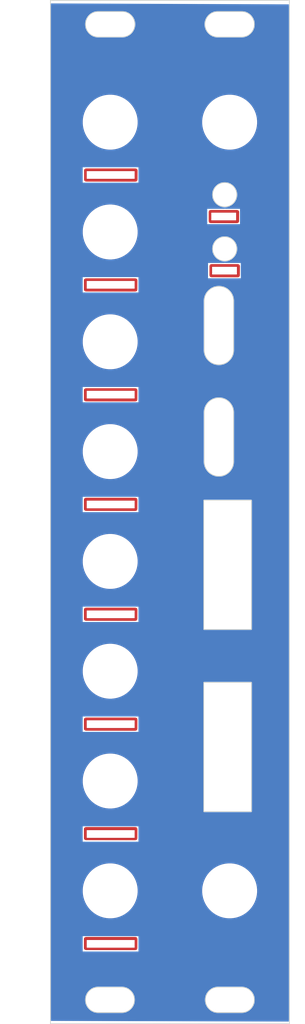
<source format=kicad_pcb>
(kicad_pcb (version 20240108) (generator "pcbnew") (generator_version "8.0")
  (layers (0 "F.Cu" signal) (31 "B.Cu" signal) (34 "B.Paste" user) (35 "F.Paste" user) (36 "B.SilkS" user "B.Silkscreen") (37 "F.SilkS" user "F.Silkscreen") (38 "B.Mask" user) (39 "F.Mask" user) (44 "Edge.Cuts" user))
  (net 0 "")
  (footprint "MountingHole:MountingHole_6.4mm_M6" (layer "F.Cu") (at 19.5 15.2912)
    (property "Reference" "REF**" (hide yes))
    (property "Value" "MountingHole_6.4mm_M6")
    (pad "" np_thru_hole circle (at 0 0) (size 6.4 6.4) (drill 6.4) (layers "F&B.Cu" "*.Mask"))
  )
  (footprint "MountingHole:MountingHole_6.4mm_M6" (layer "F.Cu") (at 4.5 84.234055)
    (property "Reference" "REF**" (hide yes))
    (property "Value" "MountingHole_6.4mm_M6")
    (pad "" np_thru_hole circle (at 0 0) (size 6.4 6.4) (drill 6.4) (layers "*.Cu" "*.Mask"))
  )
  (footprint "MountingHole:MountingHole_6.4mm_M6" (layer "F.Cu") (at 4.5 42.86834)
    (property "Reference" "REF**" (hide yes))
    (property "Value" "MountingHole_6.4mm_M6")
    (pad "" np_thru_hole circle (at 0 0) (size 6.4 6.4) (drill 6.4) (layers "*.Cu" "*.Mask"))
  )
  (footprint "MountingHole:MountingHole_6.4mm_M6" (layer "F.Cu") (at 19.5 111.8112)
    (property "Reference" "REF**" (hide yes))
    (property "Value" "MountingHole_6.4mm_M6")
    (pad "" np_thru_hole circle (at 0 0) (size 6.4 6.4) (drill 6.4) (layers "F&B.Cu" "*.Mask"))
  )
  (footprint "MountingHole:MountingHole_6.4mm_M6" (layer "F.Cu") (at 4.5 15.2912)
    (property "Reference" "REF**" (hide yes))
    (property "Value" "MountingHole_6.4mm_M6")
    (pad "" np_thru_hole circle (at 0 0) (size 6.4 6.4) (drill 6.4) (layers "*.Cu" "*.Mask"))
  )
  (footprint "MountingHole:MountingHole_6.4mm_M6" (layer "F.Cu") (at 4.5 98.022626)
    (property "Reference" "REF**" (hide yes))
    (property "Value" "MountingHole_6.4mm_M6")
    (pad "" np_thru_hole circle (at 0 0) (size 6.4 6.4) (drill 6.4) (layers "*.Cu" "*.Mask"))
  )
  (footprint "MountingHole:MountingHole_6.4mm_M6" (layer "F.Cu") (at 4.5 56.656913)
    (property "Reference" "REF**" (hide yes))
    (property "Value" "MountingHole_6.4mm_M6")
    (pad "" np_thru_hole circle (at 0 0) (size 6.4 6.4) (drill 6.4) (layers "*.Cu" "*.Mask"))
  )
  (footprint "eurorack-pmod-module" (layer "F.Cu") (at 0 8.65)
    (property "Reference" "REF**" (hide yes))
    (property "Value" "eurorack-pmod-module")
  )
  (footprint "MountingHole:MountingHole_6.4mm_M6" (layer "F.Cu") (at 4.5 111.8112)
    (property "Reference" "REF**" (hide yes))
    (property "Value" "MountingHole_6.4mm_M6")
    (pad "" np_thru_hole circle (at 0 0) (size 6.4 6.4) (drill 6.4) (layers "*.Cu" "*.Mask"))
  )
  (footprint "Symbol:RoHS-Logo_6mm_SilkScreen" (layer "F.Cu") (at 15 9.15)
    (property "Reference" "REF**" (hide yes))
    (property "Value" "RoHS-Logo_6mm_SilkScreen" (hide yes))
  )
  (footprint "MountingHole:MountingHole_6.4mm_M6" (layer "F.Cu") (at 4.5 70.445484)
    (property "Reference" "REF**" (hide yes))
    (property "Value" "MountingHole_6.4mm_M6")
    (pad "" np_thru_hole circle (at 0 0) (size 6.4 6.4) (drill 6.4) (layers "*.Cu" "*.Mask"))
  )
  (footprint "MountingHole:MountingHole_6.4mm_M6" (layer "F.Cu") (at 4.5 29.079771)
    (property "Reference" "REF**" (hide yes))
    (property "Value" "MountingHole_6.4mm_M6")
    (pad "" np_thru_hole circle (at 0 0) (size 6.4 6.4) (drill 6.4) (layers "*.Cu" "*.Mask"))
  )
  (gr_arc (start 20 57.9) (mid 18.15 59.75) (end 16.3 57.9) (stroke (width 0.1)) (layer "Edge.Cuts"))
  (gr_arc (start 3 127.1) (mid 1.4 125.5) (end 3 123.9) (stroke (width 0.1)) (layer "Edge.Cuts"))
  (gr_line (start 3 1.4) (end 6 1.4) (stroke (width 0.1)) (layer "Edge.Cuts"))
  (gr_line (start 20 43.9) (end 20 37.75) (stroke (width 0.1)) (layer "Edge.Cuts"))
  (gr_line (start 18.05 127.1) (end 21 127.1) (stroke (width 0.1)) (layer "Edge.Cuts"))
  (gr_line (start 27 0) (end 27 128.5) (stroke (width 0.1)) (layer "Edge.Cuts"))
  (gr_line (start 3 4.6) (end 6 4.6) (stroke (width 0.1)) (layer "Edge.Cuts"))
  (gr_arc (start 21 123.9) (mid 22.6 125.5) (end 21 127.1) (stroke (width 0.1)) (layer "Edge.Cuts"))
  (gr_line (start 3 123.9) (end 5.95 123.9) (stroke (width 0.1)) (layer "Edge.Cuts"))
  (gr_arc (start 16.3 37.75) (mid 18.15 35.9) (end 20 37.75) (stroke (width 0.1)) (layer "Edge.Cuts"))
  (gr_arc (start 6 1.4) (mid 7.6 3) (end 6 4.6) (stroke (width 0.1)) (layer "Edge.Cuts"))
  (gr_line (start -3 0) (end -3 128.5) (stroke (width 0.1)) (layer "Edge.Cuts"))
  (gr_arc (start 20 43.9) (mid 18.15 45.75) (end 16.3 43.9) (stroke (width 0.1)) (layer "Edge.Cuts"))
  (gr_line (start 12 0) (end 27 0) (stroke (width 0.1)) (layer "Edge.Cuts"))
  (gr_arc (start 18.05 127.1) (mid 16.45 125.5) (end 18.05 123.9) (stroke (width 0.1)) (layer "Edge.Cuts"))
  (gr_line (start 16.3 43.9) (end 16.3 37.75) (stroke (width 0.1)) (layer "Edge.Cuts"))
  (gr_line (start -3 128.5) (end 12 128.5) (stroke (width 0.1)) (layer "Edge.Cuts"))
  (gr_line (start -3 0) (end 12 0) (stroke (width 0.1)) (layer "Edge.Cuts"))
  (gr_arc (start 16.3 51.75) (mid 18.15 49.9) (end 20 51.75) (stroke (width 0.1)) (layer "Edge.Cuts"))
  (gr_line (start 18 4.6) (end 21 4.6) (stroke (width 0.1)) (layer "Edge.Cuts"))
  (gr_rect (start 16.25 62.75) (end 22.25 79) (stroke (width 0.1)) (fill none) (layer "Edge.Cuts"))
  (gr_line (start 20 57.9) (end 20 51.75) (stroke (width 0.1)) (layer "Edge.Cuts"))
  (gr_arc (start 3 4.6) (mid 1.4 3) (end 3 1.4) (stroke (width 0.1)) (layer "Edge.Cuts"))
  (gr_arc (start 5.95 123.9) (mid 7.55 125.5) (end 5.95 127.1) (stroke (width 0.1)) (layer "Edge.Cuts"))
  (gr_line (start 16.3 57.9) (end 16.3 51.75) (stroke (width 0.1)) (layer "Edge.Cuts"))
  (gr_arc (start 18 4.6) (mid 16.4 3) (end 18 1.4) (stroke (width 0.1)) (layer "Edge.Cuts"))
  (gr_circle (center 18.87931 31.2) (end 20.37931 30.95) (stroke (width 0.1)) (fill none) (layer "Edge.Cuts"))
  (gr_circle (center 18.87931 24.4) (end 20.37931 24.15) (stroke (width 0.1)) (fill none) (layer "Edge.Cuts"))
  (gr_line (start 18.05 123.9) (end 21 123.9) (stroke (width 0.1)) (layer "Edge.Cuts"))
  (gr_line (start 3 127.1) (end 5.95 127.1) (stroke (width 0.1)) (layer "Edge.Cuts"))
  (gr_line (start 18 1.4) (end 21 1.4) (stroke (width 0.1)) (layer "Edge.Cuts"))
  (gr_line (start 12 128.5) (end 27 128.5) (stroke (width 0.1)) (layer "Edge.Cuts"))
  (gr_arc (start 21 1.4) (mid 22.6 3) (end 21 4.6) (stroke (width 0.1)) (layer "Edge.Cuts"))
  (gr_rect (start 16.25 85.625) (end 22.25 101.875) (stroke (width 0.1)) (fill none) (layer "Edge.Cuts"))
  (gr_text "0" (at -1.9 22.9 0) (layer "F.Cu") (effects (font (size 1.5 1.5) (thickness 0.375) (bold yes)) (justify left bottom)))
  (gr_text "A" (at 22 28.1 0) (layer "F.Cu") (effects (font (size 1.5 1.5) (thickness 0.375) (bold yes)) (justify left bottom)))
  (gr_text "0" (at 10.5 78.1 0) (layer "F.Cu") (effects (font (size 1.5 1.5) (thickness 0.375) (bold yes)) (justify left bottom)))
  (gr_text "2" (at -1.7 50.8 0) (layer "F.Cu") (effects (font (size 1.5 1.5) (thickness 0.375) (bold yes)) (justify left bottom)))
  (gr_text "tili" (at 5.755 9.045 0) (layer "F.Cu") (effects (font (size 3 3) (thickness 0.5)) (justify left bottom)))
  (gr_text "↝" (at -1.72 63.2 -90) (layer "F.Cu") (effects (font (size 3 3) (thickness 0.3)) (justify left bottom mirror)))
  (gr_text "B" (at 22 34.9 0) (layer "F.Cu") (effects (font (size 1.5 1.5) (thickness 0.375) (bold yes)) (justify left bottom)))
  (gr_text "↝" (at -1.7 21.85 -90) (layer "F.Cu") (effects (font (size 3 3) (thickness 0.3)) (justify left bottom mirror)))
  (gr_text "midi^{tx}" (at 16.2 119.3 0) (layer "F.Cu") (effects (font (size 1.5 1.5) (thickness 0.375) (bold yes)) (justify left bottom)))
  (gr_text "qua" (at 10.7 9.095 0) (layer "F.Cu") (effects (font (size 3 3) (thickness 0.75) (bold yes)) (justify left bottom)))
  (gr_text "3" (at -1.9 64.5 0) (layer "F.Cu") (effects (font (size 1.5 1.5) (thickness 0.375) (bold yes)) (justify left bottom)))
  (gr_text "↝" (at 7.95 114.5 165) (layer "F.Cu") (effects (font (size 3 3) (thickness 0.3)) (justify left bottom mirror)))
  (gr_text "dbg" (at 20.5 41.7 0) (layer "F.Cu") (effects (font (size 1.5 1.5) (thickness 0.375) (bold yes)) (justify left bottom)))
  (gr_text "↝" (at 8.45 87.1 165) (layer "F.Cu") (effects (font (size 3 3) (thickness 0.3)) (justify left bottom mirror)))
  (gr_text "usr" (at 20.6 55.6 0) (layer "F.Cu") (effects (font (size 1.5 1.5) (thickness 0.375) (bold yes)) (justify left bottom)))
  (gr_text "↝" (at 7.95 100.8 165) (layer "F.Cu") (effects (font (size 3 3) (thickness 0.3)) (justify left bottom mirror)))
  (gr_text "//\n" (at 20.5 9 0) (layer "F.Cu") (effects (font (size 3 3) (thickness 0.75) (bold yes)) (justify left bottom)))
  (gr_text "1" (at -1.9 36.7 0) (layer "F.Cu") (effects (font (size 1.5 1.5) (thickness 0.375) (bold yes)) (justify left bottom)))
  (gr_text "pmod 0" (at 15.9 82.2 0) (layer "F.Cu") (effects (font (size 1.5 1.5) (thickness 0.375) (bold yes)) (justify left bottom)))
  (gr_text "pmod 1" (at 15.7 104.5 0) (layer "F.Cu") (effects (font (size 1.5 1.5) (thickness 0.375) (bold yes)) (justify left bottom)))
  (gr_text "//\n" (at 1.86 9.07 0) (layer "F.Cu") (effects (font (size 3 3) (thickness 0.75) (bold yes)) (justify left bottom)))
  (gr_text "↝" (at -1.72 35.65 -90) (layer "F.Cu") (effects (font (size 3 3) (thickness 0.3)) (justify left bottom mirror)))
  (gr_text "midi^{rx}" (at 16.7 22.5 0) (layer "F.Cu") (effects (font (size 1.5 1.5) (thickness 0.375) (bold yes)) (justify left bottom)))
  (gr_text "2" (at 10.3 105.7 0) (layer "F.Cu") (effects (font (size 1.5 1.5) (thickness 0.375) (bold yes)) (justify left bottom)))
  (gr_text "↝" (at 8.15 73.2 165) (layer "F.Cu") (effects (font (size 3 3) (thickness 0.3)) (justify left bottom mirror)))
  (gr_text "↝" (at -1.72 49.45 -90) (layer "F.Cu") (effects (font (size 3 3) (thickness 0.3)) (justify left bottom mirror)))
  (gr_text "1" (at 10.8 92 0) (layer "F.Cu") (effects (font (size 1.5 1.5) (thickness 0.375) (bold yes)) (justify left bottom)))
  (gr_text "3" (at 10.3 119.4 0) (layer "F.Cu") (effects (font (size 1.5 1.5) (thickness 0.375) (bold yes)) (justify left bottom)))
  (zone (net 0) (net_name "") (layer "F.Cu") (connect_pads (clearance 0)) (min_thickness 0.254)
    (keepout (tracks not_allowed) (vias not_allowed) (pads not_allowed) (copperpour not_allowed) (footprints not_allowed))
    (fill (thermal_gap 0.508) (thermal_bridge_width 0.508))
    (polygon (pts (xy 7.5692 36.195) (xy 1.5494 36.195) (xy 1.5494 35.2298) (xy 7.5692 35.2298)))
  )
  (zone (net 0) (net_name "") (layer "F.Cu") (priority 1) (connect_pads (clearance 0)) (min_thickness 0.025) (fill yes (thermal_gap 0.5) (thermal_bridge_width 0.5) (smoothing fillet) (radius 7) (island_removal_mode 1) (island_area_min 10))
    (polygon (pts (xy -0.6 92.9) (xy 9.6 92.9) (xy 9.6 103.1) (xy -0.6 103.1)))
  )
  (zone (net 0) (net_name "") (layer "F.Cu") (priority 2) (connect_pads (clearance 0.3)) (min_thickness 0.25) (fill yes (thermal_gap 0.5) (thermal_bridge_width 0.5) (smoothing fillet) (radius 0.25) (island_removal_mode 1) (island_area_min 10))
    (polygon (pts (xy 16.966432 33.1146) (xy 16.966432 34.7646) (xy 20.780432 34.7746) (xy 20.790432 33.1146)))
  )
  (zone (net 0) (net_name "") (layer "F.Cu") (priority 2) (connect_pads (clearance 0.3)) (min_thickness 0.25) (fill yes (thermal_gap 0.5) (thermal_bridge_width 0.5) (smoothing fillet) (radius 0.25) (island_removal_mode 1) (island_area_min 10))
    (polygon (pts (xy 1.22 21.1) (xy 1.22 22.75) (xy 7.93 22.76) (xy 7.94 21.1)))
  )
  (zone (net 0) (net_name "") (layer "F.Cu") (priority 2) (connect_pads (clearance 0.3)) (min_thickness 0.25) (fill yes (thermal_gap 0.5) (thermal_bridge_width 0.5) (smoothing fillet) (radius 0.25) (island_removal_mode 1) (island_area_min 10))
    (polygon (pts (xy 1.2 103.8) (xy 1.2 105.45) (xy 7.91 105.46) (xy 7.92 103.8)))
  )
  (zone (net 0) (net_name "") (layer "F.Cu") (connect_pads (clearance 0)) (min_thickness 0.254)
    (keepout (tracks not_allowed) (vias not_allowed) (pads not_allowed) (copperpour not_allowed) (footprints not_allowed))
    (fill (thermal_gap 0.508) (thermal_bridge_width 0.508))
    (polygon (pts (xy 7.5692 118.9482) (xy 1.5494 118.9482) (xy 1.5494 117.983) (xy 7.5692 117.983)))
  )
  (zone (net 0) (net_name "") (layer "F.Cu") (priority 2) (connect_pads (clearance 0.3)) (min_thickness 0.25) (fill yes (thermal_gap 0.5) (thermal_bridge_width 0.5) (smoothing fillet) (radius 0.25) (island_removal_mode 1) (island_area_min 10))
    (polygon (pts (xy 1.2 48.7) (xy 1.2 50.35) (xy 7.91 50.36) (xy 7.92 48.7)))
  )
  (zone (net 0) (net_name "") (layer "F.Cu") (connect_pads (clearance 0)) (min_thickness 0.254)
    (keepout (tracks not_allowed) (vias not_allowed) (pads not_allowed) (copperpour not_allowed) (footprints not_allowed))
    (fill (thermal_gap 0.508) (thermal_bridge_width 0.508))
    (polygon (pts (xy 7.5692 77.5716) (xy 1.5494 77.5716) (xy 1.5494 76.6064) (xy 7.5692 76.6064)))
  )
  (zone (net 0) (net_name "") (layer "F.Cu") (priority 1) (connect_pads (clearance 0)) (min_thickness 0.025) (fill yes (thermal_gap 0.5) (thermal_bridge_width 0.5) (smoothing fillet) (radius 7) (island_removal_mode 1) (island_area_min 10))
    (polygon (pts (xy 14.4 106.7) (xy 24.6 106.7) (xy 24.6 116.9) (xy 14.4 116.9)))
  )
  (zone (net 0) (net_name "") (layer "F.Cu") (connect_pads (clearance 0)) (min_thickness 0.254)
    (keepout (tracks not_allowed) (vias not_allowed) (pads not_allowed) (copperpour not_allowed) (footprints not_allowed))
    (fill (thermal_gap 0.508) (thermal_bridge_width 0.508))
    (polygon (pts (xy 20.314632 27.6174) (xy 17.195832 27.6174) (xy 17.195832 26.6522) (xy 20.314632 26.6522)))
  )
  (zone (net 0) (net_name "") (layer "F.Cu") (connect_pads (clearance 0)) (min_thickness 0.254)
    (keepout (tracks not_allowed) (vias not_allowed) (pads not_allowed) (copperpour not_allowed) (footprints not_allowed))
    (fill (thermal_gap 0.508) (thermal_bridge_width 0.508))
    (polygon (pts (xy 7.5692 91.3638) (xy 1.5494 91.3638) (xy 1.5494 90.3986) (xy 7.5692 90.3986)))
  )
  (zone (net 0) (net_name "") (layer "F.Cu") (priority 1) (connect_pads (clearance 0)) (min_thickness 0.025) (fill yes (thermal_gap 0.5) (thermal_bridge_width 0.5) (smoothing fillet) (radius 7) (island_removal_mode 1) (island_area_min 10))
    (polygon (pts (xy -0.57 51.5) (xy 9.63 51.5) (xy 9.63 61.7) (xy -0.57 61.7)))
  )
  (zone (net 0) (net_name "") (layer "F.Cu") (connect_pads (clearance 0)) (min_thickness 0.254)
    (keepout (tracks not_allowed) (vias not_allowed) (pads not_allowed) (copperpour not_allowed) (footprints not_allowed))
    (fill (thermal_gap 0.508) (thermal_bridge_width 0.508))
    (polygon (pts (xy 7.5692 22.4028) (xy 1.5494 22.4028) (xy 1.5494 21.4376) (xy 7.5692 21.4376)))
  )
  (zone (net 0) (net_name "") (layer "F.Cu") (priority 2) (connect_pads (clearance 0.3)) (min_thickness 0.25) (fill yes (thermal_gap 0.5) (thermal_bridge_width 0.5) (smoothing fillet) (radius 0.25) (island_removal_mode 1) (island_area_min 10))
    (polygon (pts (xy 16.866432 26.3146) (xy 16.866432 27.9646) (xy 20.680432 27.9746) (xy 20.690432 26.3146)))
  )
  (zone (net 0) (net_name "") (layer "F.Cu") (connect_pads (clearance 0)) (min_thickness 0.254)
    (keepout (tracks not_allowed) (vias not_allowed) (pads not_allowed) (copperpour not_allowed) (footprints not_allowed))
    (fill (thermal_gap 0.508) (thermal_bridge_width 0.508))
    (polygon (pts (xy 7.5692 63.7794) (xy 1.5494 63.7794) (xy 1.5494 62.8142) (xy 7.5692 62.8142)))
  )
  (zone (net 0) (net_name "") (layer "F.Cu") (priority 1) (connect_pads (clearance 0)) (min_thickness 0.025) (fill yes (thermal_gap 0.5) (thermal_bridge_width 0.5) (smoothing fillet) (radius 7) (island_removal_mode 1) (island_area_min 10))
    (polygon (pts (xy -0.6 106.7) (xy 9.6 106.7) (xy 9.6 116.9) (xy -0.6 116.9)))
  )
  (zone (net 0) (net_name "") (layer "F.Cu") (connect_pads (clearance 0)) (min_thickness 0.254)
    (keepout (tracks not_allowed) (vias not_allowed) (pads not_allowed) (copperpour not_allowed) (footprints not_allowed))
    (fill (thermal_gap 0.508) (thermal_bridge_width 0.508))
    (polygon (pts (xy 7.5692 49.9872) (xy 1.5494 49.9872) (xy 1.5494 49.022) (xy 7.5692 49.022)))
  )
  (zone (net 0) (net_name "") (layer "F.Cu") (priority 2) (connect_pads (clearance 0.3)) (min_thickness 0.25) (fill yes (thermal_gap 0.5) (thermal_bridge_width 0.5) (smoothing fillet) (radius 0.25) (island_removal_mode 1) (island_area_min 10))
    (polygon (pts (xy 1.2 90.05) (xy 1.2 91.7) (xy 7.91 91.71) (xy 7.92 90.05)))
  )
  (zone (net 0) (net_name "") (layer "F.Cu") (priority 2) (connect_pads (clearance 0.3)) (min_thickness 0.25) (fill yes (thermal_gap 0.5) (thermal_bridge_width 0.5) (smoothing fillet) (radius 0.25) (island_removal_mode 1) (island_area_min 10))
    (polygon (pts (xy 1.2 62.45) (xy 1.2 64.1) (xy 7.91 64.11) (xy 7.92 62.45)))
  )
  (zone (net 0) (net_name "") (layer "F.Cu") (priority 1) (connect_pads (clearance 0)) (min_thickness 0.025) (fill yes (thermal_gap 0.5) (thermal_bridge_width 0.5) (smoothing fillet) (radius 7) (island_removal_mode 1) (island_area_min 10))
    (polygon (pts (xy -0.6 65.35) (xy 9.6 65.35) (xy 9.6 75.55) (xy -0.6 75.55)))
  )
  (zone (net 0) (net_name "") (layer "F.Cu") (priority 1) (connect_pads (clearance 0)) (min_thickness 0.025) (fill yes (thermal_gap 0.5) (thermal_bridge_width 0.5) (smoothing fillet) (radius 7) (island_removal_mode 1) (island_area_min 10))
    (polygon (pts (xy -0.57 37.75) (xy 9.63 37.75) (xy 9.63 47.95) (xy -0.57 47.95)))
  )
  (zone (net 0) (net_name "") (layer "F.Cu") (priority 1) (connect_pads (clearance 0)) (min_thickness 0.025) (fill yes (thermal_gap 0.5) (thermal_bridge_width 0.5) (smoothing fillet) (radius 7) (island_removal_mode 1) (island_area_min 10))
    (polygon (pts (xy -0.6 79.15) (xy 9.6 79.15) (xy 9.6 89.35) (xy -0.6 89.35)))
  )
  (zone (net 0) (net_name "") (layer "F.Cu") (priority 2) (connect_pads (clearance 0.3)) (min_thickness 0.25) (fill yes (thermal_gap 0.5) (thermal_bridge_width 0.5) (smoothing fillet) (radius 0.25) (island_removal_mode 1) (island_area_min 10))
    (polygon (pts (xy 1.2 34.9) (xy 1.2 36.55) (xy 7.91 36.56) (xy 7.92 34.9)))
  )
  (zone (net 0) (net_name "") (layer "F.Cu") (priority 1) (connect_pads (clearance 0)) (min_thickness 0.025) (fill yes (thermal_gap 0.5) (thermal_bridge_width 0.5) (smoothing fillet) (radius 7) (island_removal_mode 1) (island_area_min 10))
    (polygon (pts (xy -0.55 10.15) (xy 9.65 10.15) (xy 9.65 20.35) (xy -0.55 20.35)))
  )
  (zone (net 0) (net_name "") (layer "F.Cu") (priority 1) (connect_pads (clearance 0)) (min_thickness 0.025) (fill yes (thermal_gap 0.5) (thermal_bridge_width 0.5) (smoothing fillet) (radius 7) (island_removal_mode 1) (island_area_min 10))
    (polygon (pts (xy 14.45 10.15) (xy 24.65 10.15) (xy 24.65 20.35) (xy 14.45 20.35)))
  )
  (zone (net 0) (net_name "") (layer "F.Cu") (priority 1) (connect_pads (clearance 0)) (min_thickness 0.025) (fill yes (thermal_gap 0.5) (thermal_bridge_width 0.5) (smoothing fillet) (radius 7) (island_removal_mode 1) (island_area_min 10))
    (polygon (pts (xy -0.57 23.95) (xy 9.63 23.95) (xy 9.63 34.15) (xy -0.57 34.15)))
  )
  (zone (net 0) (net_name "") (layer "F.Cu") (priority 2) (connect_pads (clearance 0.3)) (min_thickness 0.25) (fill yes (thermal_gap 0.5) (thermal_bridge_width 0.5) (smoothing fillet) (radius 0.25) (island_removal_mode 1) (island_area_min 10))
    (polygon (pts (xy 1.2 117.6) (xy 1.2 119.25) (xy 7.91 119.26) (xy 7.92 117.6)))
  )
  (zone (net 0) (net_name "") (layer "F.Cu") (priority 2) (connect_pads (clearance 0.3)) (min_thickness 0.25) (fill yes (thermal_gap 0.5) (thermal_bridge_width 0.5) (smoothing fillet) (radius 0.25) (island_removal_mode 1) (island_area_min 10))
    (polygon (pts (xy 1.2 76.25) (xy 1.2 77.9) (xy 7.91 77.91) (xy 7.92 76.25)))
  )
  (zone (net 0) (net_name "") (layer "F.Cu") (connect_pads (clearance 0)) (min_thickness 0.254)
    (keepout (tracks not_allowed) (vias not_allowed) (pads not_allowed) (copperpour not_allowed) (footprints not_allowed))
    (fill (thermal_gap 0.508) (thermal_bridge_width 0.508))
    (polygon (pts (xy 7.5692 105.156) (xy 1.5494 105.156) (xy 1.5494 104.1908) (xy 7.5692 104.1908)))
  )
  (zone (net 0) (net_name "") (layer "F.Cu") (connect_pads (clearance 0)) (min_thickness 0.254)
    (keepout (tracks not_allowed) (vias not_allowed) (pads not_allowed) (copperpour not_allowed) (footprints not_allowed))
    (fill (thermal_gap 0.508) (thermal_bridge_width 0.508))
    (polygon (pts (xy 20.414632 34.4174) (xy 17.295832 34.4174) (xy 17.295832 33.4522) (xy 20.414632 33.4522)))
  )
  (zone (net 0) (net_name "") (layer "F.Cu") (priority 2) (connect_pads (clearance 0.3)) (min_thickness 0.25) (fill yes (thermal_gap 0.5) (thermal_bridge_width 0.5) (smoothing fillet) (radius 0.25) (island_removal_mode 1) (island_area_min 10))
    (polygon (pts (xy -2.25 120.1) (xy -2.25 123.25) (xy 26.46 123.26) (xy 26.47 120.1)))
  )
  (zone (net 0) (net_name "") (layer "B.Cu") (connect_pads (clearance 0)) (min_thickness 0.254)
    (keepout (tracks not_allowed) (vias not_allowed) (pads not_allowed) (copperpour not_allowed) (footprints not_allowed))
    (fill (thermal_gap 0.508) (thermal_bridge_width 0.508))
    (polygon (pts (xy 8.0518 22.8854) (xy 1.0414 22.8854) (xy 1.0414 20.955) (xy 8.0518 20.955)))
  )
  (zone (net 0) (net_name "") (layer "B.Cu") (connect_pads (clearance 0.3)) (min_thickness 0.254) (fill yes (thermal_gap 0.508) (thermal_bridge_width 0.508))
    (polygon (pts (xy 26.990975 128.222825) (xy -3.048 128.143) (xy -3.048 0.381) (xy 27 0.5)))
  )
  (zone (net 0) (net_name "") (layer "B.Cu") (connect_pads (clearance 0)) (min_thickness 0.254)
    (keepout (tracks not_allowed) (vias not_allowed) (pads not_allowed) (copperpour not_allowed) (footprints not_allowed))
    (fill (thermal_gap 0.508) (thermal_bridge_width 0.508))
    (polygon (pts (xy 8.0518 50.4698) (xy 1.0414 50.4698) (xy 1.0414 48.5394) (xy 8.0518 48.5394)))
  )
  (zone (net 0) (net_name "") (layer "B.Cu") (connect_pads (clearance 0)) (min_thickness 0.254)
    (keepout (tracks not_allowed) (vias not_allowed) (pads not_allowed) (copperpour not_allowed) (footprints not_allowed))
    (fill (thermal_gap 0.508) (thermal_bridge_width 0.508))
    (polygon (pts (xy 8.0518 91.8464) (xy 1.0414 91.8464) (xy 1.0414 89.916) (xy 8.0518 89.916)))
  )
  (zone (net 0) (net_name "") (layer "B.Cu") (connect_pads (clearance 0)) (min_thickness 0.254)
    (keepout (tracks not_allowed) (vias not_allowed) (pads not_allowed) (copperpour not_allowed) (footprints not_allowed))
    (fill (thermal_gap 0.508) (thermal_bridge_width 0.508))
    (polygon (pts (xy 8.0518 78.0542) (xy 1.0414 78.0542) (xy 1.0414 76.1238) (xy 8.0518 76.1238)))
  )
  (zone (net 0) (net_name "") (layer "B.Cu") (connect_pads (clearance 0)) (min_thickness 0.254)
    (keepout (tracks not_allowed) (vias not_allowed) (pads not_allowed) (copperpour not_allowed) (footprints not_allowed))
    (fill (thermal_gap 0.508) (thermal_bridge_width 0.508))
    (polygon (pts (xy 8.0518 64.262) (xy 1.0414 64.262) (xy 1.0414 62.3316) (xy 8.0518 62.3316)))
  )
  (zone (net 0) (net_name "") (layer "B.Cu") (connect_pads (clearance 0)) (min_thickness 0.254)
    (keepout (tracks not_allowed) (vias not_allowed) (pads not_allowed) (copperpour not_allowed) (footprints not_allowed))
    (fill (thermal_gap 0.508) (thermal_bridge_width 0.508))
    (polygon (pts (xy 20.8 28.1) (xy 16.687832 28.1) (xy 16.687832 26.1696) (xy 20.8 26.1696)))
  )
  (zone (net 0) (net_name "") (layer "B.Cu") (connect_pads (clearance 0)) (min_thickness 0.254)
    (keepout (tracks not_allowed) (vias not_allowed) (pads not_allowed) (copperpour not_allowed) (footprints not_allowed))
    (fill (thermal_gap 0.508) (thermal_bridge_width 0.508))
    (polygon (pts (xy 8.0518 36.6776) (xy 1.0414 36.6776) (xy 1.0414 34.7472) (xy 8.0518 34.7472)))
  )
  (zone (net 0) (net_name "") (layer "B.Cu") (connect_pads (clearance 0)) (min_thickness 0.254)
    (keepout (tracks not_allowed) (vias not_allowed) (pads not_allowed) (copperpour not_allowed) (footprints not_allowed))
    (fill (thermal_gap 0.508) (thermal_bridge_width 0.508))
    (polygon (pts (xy 8.0518 105.6386) (xy 1.0414 105.6386) (xy 1.0414 103.7082) (xy 8.0518 103.7082)))
  )
  (zone (net 0) (net_name "") (layer "B.Cu") (connect_pads (clearance 0)) (min_thickness 0.254)
    (keepout (tracks not_allowed) (vias not_allowed) (pads not_allowed) (copperpour not_allowed) (footprints not_allowed))
    (fill (thermal_gap 0.508) (thermal_bridge_width 0.508))
    (polygon (pts (xy 8.0518 119.4308) (xy 1.0414 119.4308) (xy 1.0414 117.5004) (xy 8.0518 117.5004)))
  )
  (zone (net 0) (net_name "") (layer "B.Cu") (connect_pads (clearance 0)) (min_thickness 0.254)
    (keepout (tracks not_allowed) (vias not_allowed) (pads not_allowed) (copperpour not_allowed) (footprints not_allowed))
    (fill (thermal_gap 0.508) (thermal_bridge_width 0.508))
    (polygon (pts (xy 20.9 34.9) (xy 16.787832 34.9) (xy 16.787832 32.9696) (xy 20.9 32.9696)))
  )
)
</source>
